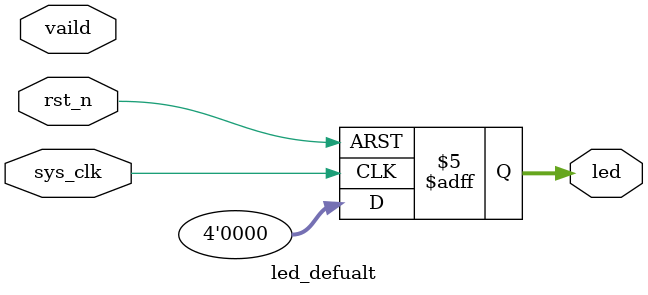
<source format=v>
/************************************************************
**-----------------------------------------------------------
** file name        : led_defualt
** usage            : 灯默认状态
**-----------------------------------------------------------
************************************************************/
module led_defualt( 
    input sys_clk   ,                   //50mHz, system clock
    input rst_n     ,                   //reset sign ,1 then reset
    input vaild     ,                   //vaild sign ,1 then led begin flash
    
    output  reg [3:0]   led            //led output
);

always @(posedge sys_clk or negedge rst_n )begin
    if(!rst_n)
        led <= 4'b0;
    else if (vaild) begin  
        led <= 4'b0;
    end 
    else
        led <= 4'b0;
end


endmodule

</source>
